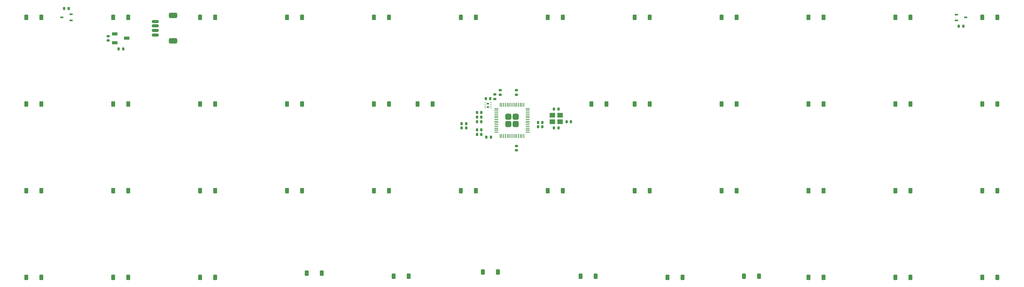
<source format=gbr>
%TF.GenerationSoftware,KiCad,Pcbnew,7.99.0-unknown-e01ef0a38d~172~ubuntu23.04.1*%
%TF.CreationDate,2023-10-19T19:27:51-04:00*%
%TF.ProjectId,Koneko40Ortho,4b6f6e65-6b6f-4343-904f-7274686f2e6b,rev?*%
%TF.SameCoordinates,Original*%
%TF.FileFunction,Paste,Bot*%
%TF.FilePolarity,Positive*%
%FSLAX46Y46*%
G04 Gerber Fmt 4.6, Leading zero omitted, Abs format (unit mm)*
G04 Created by KiCad (PCBNEW 7.99.0-unknown-e01ef0a38d~172~ubuntu23.04.1) date 2023-10-19 19:27:51*
%MOMM*%
%LPD*%
G01*
G04 APERTURE LIST*
G04 Aperture macros list*
%AMRoundRect*
0 Rectangle with rounded corners*
0 $1 Rounding radius*
0 $2 $3 $4 $5 $6 $7 $8 $9 X,Y pos of 4 corners*
0 Add a 4 corners polygon primitive as box body*
4,1,4,$2,$3,$4,$5,$6,$7,$8,$9,$2,$3,0*
0 Add four circle primitives for the rounded corners*
1,1,$1+$1,$2,$3*
1,1,$1+$1,$4,$5*
1,1,$1+$1,$6,$7*
1,1,$1+$1,$8,$9*
0 Add four rect primitives between the rounded corners*
20,1,$1+$1,$2,$3,$4,$5,0*
20,1,$1+$1,$4,$5,$6,$7,0*
20,1,$1+$1,$6,$7,$8,$9,0*
20,1,$1+$1,$8,$9,$2,$3,0*%
G04 Aperture macros list end*
%ADD10C,0.000000*%
%ADD11RoundRect,0.140000X-0.170000X0.140000X-0.170000X-0.140000X0.170000X-0.140000X0.170000X0.140000X0*%
%ADD12RoundRect,0.225000X-0.225000X-0.375000X0.225000X-0.375000X0.225000X0.375000X-0.225000X0.375000X0*%
%ADD13RoundRect,0.140000X-0.140000X-0.170000X0.140000X-0.170000X0.140000X0.170000X-0.140000X0.170000X0*%
%ADD14RoundRect,0.135000X0.135000X0.185000X-0.135000X0.185000X-0.135000X-0.185000X0.135000X-0.185000X0*%
%ADD15R,1.150000X1.000000*%
%ADD16RoundRect,0.140000X0.140000X0.170000X-0.140000X0.170000X-0.140000X-0.170000X0.140000X-0.170000X0*%
%ADD17RoundRect,0.249999X-0.395001X0.395001X-0.395001X-0.395001X0.395001X-0.395001X0.395001X0.395001X0*%
%ADD18RoundRect,0.050000X-0.050000X0.387500X-0.050000X-0.387500X0.050000X-0.387500X0.050000X0.387500X0*%
%ADD19RoundRect,0.050000X-0.387500X0.050000X-0.387500X-0.050000X0.387500X-0.050000X0.387500X0.050000X0*%
%ADD20R,0.700000X0.450000*%
%ADD21RoundRect,0.135000X0.185000X-0.135000X0.185000X0.135000X-0.185000X0.135000X-0.185000X-0.135000X0*%
%ADD22RoundRect,0.225000X0.225000X0.375000X-0.225000X0.375000X-0.225000X-0.375000X0.225000X-0.375000X0*%
%ADD23R,1.220000X0.650000*%
%ADD24RoundRect,0.140000X0.170000X-0.140000X0.170000X0.140000X-0.170000X0.140000X-0.170000X-0.140000X0*%
%ADD25RoundRect,0.045000X0.055000X0.045000X-0.055000X0.045000X-0.055000X-0.045000X0.055000X-0.045000X0*%
%ADD26RoundRect,0.135000X-0.135000X-0.185000X0.135000X-0.185000X0.135000X0.185000X-0.135000X0.185000X0*%
%ADD27RoundRect,0.150000X-0.625000X0.150000X-0.625000X-0.150000X0.625000X-0.150000X0.625000X0.150000X0*%
%ADD28RoundRect,0.250000X-0.650000X0.350000X-0.650000X-0.350000X0.650000X-0.350000X0.650000X0.350000X0*%
G04 APERTURE END LIST*
D10*
%TO.C,U1*%
G36*
X147082222Y-60788026D02*
G01*
X146531832Y-60788027D01*
X146531832Y-60438026D01*
X147082222Y-60438026D01*
X147082222Y-60788026D01*
G37*
G36*
X147082232Y-61538026D02*
G01*
X146553213Y-61538026D01*
X146553213Y-61188026D01*
X147082232Y-61188026D01*
X147082232Y-61538026D01*
G37*
%TD*%
D11*
%TO.C,C8*%
X153092500Y-69926250D03*
X153092500Y-70886250D03*
%TD*%
D12*
%TO.C,D37*%
X45657500Y-98821875D03*
X48957500Y-98821875D03*
%TD*%
%TO.C,D27*%
X83757500Y-79771875D03*
X87057500Y-79771875D03*
%TD*%
%TO.C,D13*%
X45657500Y-60721875D03*
X48957500Y-60721875D03*
%TD*%
D13*
%TO.C,C14*%
X164032500Y-64594375D03*
X164992500Y-64594375D03*
%TD*%
D12*
%TO.C,D10*%
X217107500Y-41671875D03*
X220407500Y-41671875D03*
%TD*%
D14*
%TO.C,R4*%
X162292500Y-65984375D03*
X161272500Y-65984375D03*
%TD*%
D12*
%TO.C,D22*%
X217107500Y-60721875D03*
X220407500Y-60721875D03*
%TD*%
D15*
%TO.C,Y1*%
X160907500Y-63194375D03*
X162657500Y-63194375D03*
X162657500Y-64594375D03*
X160907500Y-64594375D03*
%TD*%
D16*
%TO.C,C10*%
X145362500Y-66384375D03*
X144402500Y-66384375D03*
%TD*%
D12*
%TO.C,D30*%
X140907500Y-79771875D03*
X144207500Y-79771875D03*
%TD*%
D17*
%TO.C,U2*%
X152882500Y-63493750D03*
X151282500Y-63493750D03*
X152882500Y-65093750D03*
X151282500Y-65093750D03*
D18*
X149482500Y-60856250D03*
X149882501Y-60856250D03*
X150282500Y-60856250D03*
X150682500Y-60856250D03*
X151082500Y-60856250D03*
X151482499Y-60856250D03*
X151882500Y-60856250D03*
X152282500Y-60856250D03*
X152682501Y-60856250D03*
X153082500Y-60856250D03*
X153482500Y-60856250D03*
X153882500Y-60856250D03*
X154282499Y-60856250D03*
X154682500Y-60856250D03*
D19*
X155520000Y-61693750D03*
X155520000Y-62093751D03*
X155520000Y-62493750D03*
X155520000Y-62893750D03*
X155520000Y-63293750D03*
X155520000Y-63693749D03*
X155520000Y-64093750D03*
X155520000Y-64493750D03*
X155520000Y-64893751D03*
X155520000Y-65293750D03*
X155520000Y-65693750D03*
X155520000Y-66093750D03*
X155520000Y-66493749D03*
X155520000Y-66893750D03*
D18*
X154682500Y-67731250D03*
X154282499Y-67731250D03*
X153882500Y-67731250D03*
X153482500Y-67731250D03*
X153082500Y-67731250D03*
X152682501Y-67731250D03*
X152282500Y-67731250D03*
X151882500Y-67731250D03*
X151482499Y-67731250D03*
X151082500Y-67731250D03*
X150682500Y-67731250D03*
X150282500Y-67731250D03*
X149882501Y-67731250D03*
X149482500Y-67731250D03*
D19*
X148645000Y-66893750D03*
X148645000Y-66493749D03*
X148645000Y-66093750D03*
X148645000Y-65693750D03*
X148645000Y-65293750D03*
X148645000Y-64893751D03*
X148645000Y-64493750D03*
X148645000Y-64093750D03*
X148645000Y-63693749D03*
X148645000Y-63293750D03*
X148645000Y-62893750D03*
X148645000Y-62493750D03*
X148645000Y-62093751D03*
X148645000Y-61693750D03*
%TD*%
D13*
%TO.C,C12*%
X146352232Y-59564375D03*
X147312232Y-59564375D03*
%TD*%
D12*
%TO.C,D18*%
X131382500Y-60721875D03*
X134682500Y-60721875D03*
%TD*%
D11*
%TO.C,C16*%
X63592500Y-45774375D03*
X63592500Y-46734375D03*
%TD*%
D20*
%TO.C,Q3*%
X55451250Y-41021875D03*
X55451250Y-42321875D03*
X53451250Y-41671875D03*
%TD*%
D12*
%TO.C,D2*%
X64707500Y-41671875D03*
X68007500Y-41671875D03*
%TD*%
D16*
%TO.C,C11*%
X145362500Y-62584375D03*
X144402500Y-62584375D03*
%TD*%
D12*
%TO.C,D19*%
X169482500Y-60721875D03*
X172782500Y-60721875D03*
%TD*%
D14*
%TO.C,R5*%
X54961250Y-39671875D03*
X53941250Y-39671875D03*
%TD*%
D12*
%TO.C,D46*%
X217107500Y-98821875D03*
X220407500Y-98821875D03*
%TD*%
%TO.C,D32*%
X179007500Y-79771875D03*
X182307500Y-79771875D03*
%TD*%
%TO.C,D8*%
X179007500Y-41671875D03*
X182307500Y-41671875D03*
%TD*%
D21*
%TO.C,R3*%
X148352500Y-59594375D03*
X148352500Y-58574375D03*
%TD*%
D22*
%TO.C,D42*%
X148970000Y-97631250D03*
X145670000Y-97631250D03*
%TD*%
%TO.C,D44*%
X189428750Y-98821875D03*
X186128750Y-98821875D03*
%TD*%
D23*
%TO.C,U3*%
X65042500Y-47204375D03*
X65042500Y-45304375D03*
X67662500Y-46254375D03*
%TD*%
D12*
%TO.C,D31*%
X159957500Y-79771875D03*
X163257500Y-79771875D03*
%TD*%
D22*
%TO.C,D41*%
X129432500Y-98584375D03*
X126132500Y-98584375D03*
%TD*%
D24*
%TO.C,C4*%
X153072500Y-58654375D03*
X153072500Y-57694375D03*
%TD*%
D13*
%TO.C,C3*%
X157802500Y-64734375D03*
X158762500Y-64734375D03*
%TD*%
D12*
%TO.C,D25*%
X45657500Y-79771875D03*
X48957500Y-79771875D03*
%TD*%
%TO.C,D23*%
X236157500Y-60721875D03*
X239457500Y-60721875D03*
%TD*%
D13*
%TO.C,C9*%
X157802500Y-65734375D03*
X158762500Y-65734375D03*
%TD*%
D22*
%TO.C,D40*%
X110350000Y-97854375D03*
X107050000Y-97854375D03*
%TD*%
D24*
%TO.C,C5*%
X149482500Y-58654375D03*
X149482500Y-57694375D03*
%TD*%
D12*
%TO.C,D14*%
X64707500Y-60721875D03*
X68007500Y-60721875D03*
%TD*%
D22*
%TO.C,D43*%
X170432500Y-98584375D03*
X167132500Y-98584375D03*
%TD*%
D12*
%TO.C,D48*%
X255207500Y-98821875D03*
X258507500Y-98821875D03*
%TD*%
%TO.C,D34*%
X217107500Y-79771875D03*
X220407500Y-79771875D03*
%TD*%
%TO.C,D39*%
X83757500Y-98821875D03*
X87057500Y-98821875D03*
%TD*%
D16*
%TO.C,C15*%
X66832500Y-48564375D03*
X65872500Y-48564375D03*
%TD*%
D12*
%TO.C,D16*%
X102807500Y-60721875D03*
X106107500Y-60721875D03*
%TD*%
%TO.C,D7*%
X159957500Y-41671875D03*
X163257500Y-41671875D03*
%TD*%
%TO.C,D47*%
X236157500Y-98821875D03*
X239457500Y-98821875D03*
%TD*%
D14*
%TO.C,R1*%
X142092500Y-64984375D03*
X141072500Y-64984375D03*
%TD*%
D12*
%TO.C,D3*%
X83757500Y-41671875D03*
X87057500Y-41671875D03*
%TD*%
D25*
%TO.C,U1*%
X147482231Y-60388026D03*
X147482232Y-60788026D03*
X147482232Y-61188026D03*
X147482231Y-61588026D03*
X146182233Y-61588026D03*
X146182232Y-61188026D03*
X146182232Y-60788026D03*
X146182233Y-60388026D03*
%TD*%
D12*
%TO.C,D11*%
X236157500Y-41671875D03*
X239457500Y-41671875D03*
%TD*%
%TO.C,D29*%
X121857500Y-79771875D03*
X125157500Y-79771875D03*
%TD*%
%TO.C,D1*%
X45657500Y-41671875D03*
X48957500Y-41671875D03*
%TD*%
%TO.C,D38*%
X64707500Y-98821875D03*
X68007500Y-98821875D03*
%TD*%
%TO.C,D21*%
X198057500Y-60721875D03*
X201357500Y-60721875D03*
%TD*%
%TO.C,D24*%
X255207500Y-60721875D03*
X258507500Y-60721875D03*
%TD*%
%TO.C,D35*%
X236157500Y-79771875D03*
X239457500Y-79771875D03*
%TD*%
D16*
%TO.C,C7*%
X147452500Y-67964375D03*
X146492500Y-67964375D03*
%TD*%
D26*
%TO.C,R6*%
X250022900Y-43589575D03*
X251042900Y-43589575D03*
%TD*%
D12*
%TO.C,D15*%
X83757500Y-60721875D03*
X87057500Y-60721875D03*
%TD*%
D20*
%TO.C,Q2*%
X249532900Y-42334575D03*
X249532900Y-41034575D03*
X251532900Y-41684575D03*
%TD*%
D12*
%TO.C,D20*%
X179007500Y-60721875D03*
X182307500Y-60721875D03*
%TD*%
D16*
%TO.C,C2*%
X145362500Y-63584375D03*
X144402500Y-63584375D03*
%TD*%
D14*
%TO.C,R2*%
X142092500Y-65984375D03*
X141072500Y-65984375D03*
%TD*%
D16*
%TO.C,C6*%
X145352500Y-67394375D03*
X144392500Y-67394375D03*
%TD*%
D12*
%TO.C,D5*%
X121857500Y-41671875D03*
X125157500Y-41671875D03*
%TD*%
D16*
%TO.C,C1*%
X145362500Y-64584375D03*
X144402500Y-64584375D03*
%TD*%
D12*
%TO.C,D17*%
X121857500Y-60721875D03*
X125157500Y-60721875D03*
%TD*%
%TO.C,D36*%
X255207500Y-79771875D03*
X258507500Y-79771875D03*
%TD*%
%TO.C,D33*%
X198057500Y-79771875D03*
X201357500Y-79771875D03*
%TD*%
%TO.C,D9*%
X198057500Y-41671875D03*
X201357500Y-41671875D03*
%TD*%
D13*
%TO.C,C13*%
X161302500Y-61814375D03*
X162262500Y-61814375D03*
%TD*%
D12*
%TO.C,D12*%
X255207500Y-41671875D03*
X258507500Y-41671875D03*
%TD*%
%TO.C,D26*%
X64707500Y-79771875D03*
X68007500Y-79771875D03*
%TD*%
%TO.C,D4*%
X102807500Y-41671875D03*
X106107500Y-41671875D03*
%TD*%
D27*
%TO.C,J1*%
X73882500Y-42553125D03*
X73882500Y-43553125D03*
X73882500Y-44553125D03*
X73882500Y-45553125D03*
D28*
X77757500Y-41253125D03*
X77757500Y-46853125D03*
%TD*%
D12*
%TO.C,D28*%
X102807500Y-79771875D03*
X106107500Y-79771875D03*
%TD*%
%TO.C,D6*%
X140907500Y-41671875D03*
X144207500Y-41671875D03*
%TD*%
D22*
%TO.C,D45*%
X206232500Y-98584375D03*
X202932500Y-98584375D03*
%TD*%
M02*

</source>
